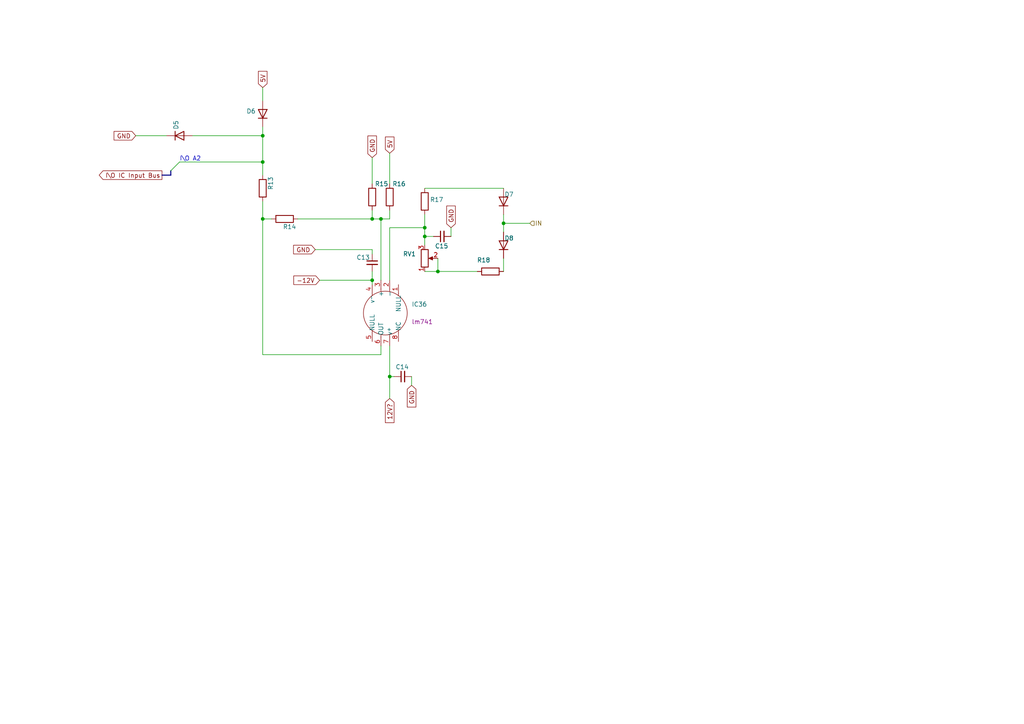
<source format=kicad_sch>
(kicad_sch (version 20250114) (generator "eeschema") (generator_version "9.0")
  (paper "A4")
  (lib_symbols
    (symbol "Device:C_Small" (pin_numbers (hide yes)) (pin_names (offset 0.254) (hide yes))
      (property "Reference" "C" (at 0.254 1.778 0))
      (property "Value" "C_Small" (at 0.254 -2.032 0))
      (symbol "C_Small_0_1"
        (polyline (pts (xy -1.524 0.508) (xy 1.524 0.508)) (stroke (width 0.3048)))
        (polyline (pts (xy -1.524 -0.508) (xy 1.524 -0.508)) (stroke (width 0.3302)))
      )
      (symbol "C_Small_1_1"
        (pin passive line (at 0 2.54 270) (length 2.032) (name "~") (number "1"))
        (pin passive line (at 0 -2.54 90) (length 2.032) (name "~") (number "2"))
      )
    )
    (symbol "Device:D" (pin_numbers (hide yes)) (pin_names (offset 1.016) (hide yes))
      (property "Reference" "D" (at 0 2.54 0))
      (property "Value" "D" (at 0 -2.54 0))
      (symbol "D_0_1"
        (polyline (pts (xy -1.27 1.27) (xy -1.27 -1.27)) (stroke (width 0.254)))
        (polyline (pts (xy 1.27 1.27) (xy 1.27 -1.27) (xy -1.27 0) (xy 1.27 1.27)) (stroke (width 0.254)))
        (polyline (pts (xy 1.27 0) (xy -1.27 0)))
      )
      (symbol "D_1_1"
        (pin passive line (at -3.81 0 0) (length 2.54) (name "K") (number "1"))
        (pin passive line (at 3.81 0 180) (length 2.54) (name "A") (number "2"))
      )
    )
    (symbol "Device:R" (pin_numbers (hide yes)) (pin_names (offset 0))
      (property "Reference" "R" (at 2.032 0 90))
      (property "Value" "R" (at 0 0 90))
      (symbol "R_0_1"
        (rectangle (start -1.016 -2.54) (end 1.016 2.54) (stroke (width 0.254)))
      )
      (symbol "R_1_1"
        (pin passive line (at 0 3.81 270) (length 1.27) (name "~") (number "1"))
        (pin passive line (at 0 -3.81 90) (length 1.27) (name "~") (number "2"))
      )
    )
    (symbol "Device:R_Potentiometer" (pin_names (offset 1.016) (hide yes))
      (property "Reference" "RV" (at -4.445 0 90))
      (property "Value" "R_Potentiometer" (at -2.54 0 90))
      (symbol "R_Potentiometer_0_1"
        (rectangle (start 1.016 2.54) (end -1.016 -2.54) (stroke (width 0.254)))
        (polyline (pts (xy 1.143 0) (xy 2.286 0.508) (xy 2.286 -0.508) (xy 1.143 0)) (fill (type outline)))
        (polyline (pts (xy 2.54 0) (xy 1.524 0)))
      )
      (symbol "R_Potentiometer_1_1"
        (pin passive line (at 0 3.81 270) (length 1.27) (name "1") (number "1"))
        (pin passive line (at 0 -3.81 90) (length 1.27) (name "3") (number "3"))
        (pin passive line (at 3.81 0 180) (length 1.27) (name "2") (number "2"))
      )
    )
    (symbol "ICs_lib:lm741"
      (property "Reference" "IC" (at 1.524 5.588 0))
      (property "Description" "lm741" (at 2.794 1.27 0))
      (symbol "lm741_0_1"
        (polyline (pts (xy -10.16 11.43) (xy -10.16 10.795)))
        (polyline (pts (xy -10.16 0.635) (xy -10.16 0)))
        (polyline (pts (xy -7.62 12.7) (xy -7.62 12.7)))
        (polyline (pts (xy -7.62 12.7) (xy -7.62 12.065)))
        (polyline (pts (xy -7.62 -0.635) (xy -7.62 -1.27)))
        (circle (center -6.35 5.715) (radius 6.35))
        (polyline (pts (xy -5.08 12.7) (xy -5.08 12.7)))
        (polyline (pts (xy -5.08 12.7) (xy -5.08 12.065)))
        (polyline (pts (xy -5.08 -0.635) (xy -5.08 -1.27)))
        (polyline (pts (xy -2.54 11.43) (xy -2.54 11.43)))
        (polyline (pts (xy -2.54 11.43) (xy -2.54 10.795)))
        (polyline (pts (xy -2.54 0.635) (xy -2.54 0)))
      )
      (symbol "lm741_1_1"
        (pin input line (at -10.16 13.97 270) (length 2.54) (name "NC") (number "8"))
        (pin input line (at -10.16 -2.54 90) (length 2.54) (name "NULL") (number "1"))
        (pin input line (at -7.62 15.24 270) (length 2.54) (name "v^{+}") (number "7"))
        (pin input line (at -7.62 -3.81 90) (length 2.54) (name "-") (number "2"))
        (pin input line (at -5.08 15.24 270) (length 2.54) (name "OUT") (number "6"))
        (pin input line (at -5.08 -3.81 90) (length 2.54) (name "+") (number "3"))
        (pin input line (at -2.54 13.97 270) (length 2.54) (name "NULL") (number "5"))
        (pin input line (at -2.54 -2.54 90) (length 2.54) (name "v^{-}") (number "4"))
      )
    )
  )
  (junction (at 127 78.74))
  (junction (at 76.2 46.99))
  (junction (at 146.05 64.77))
  (junction (at 123.19 66.04))
  (junction (at 110.49 63.5))
  (junction (at 113.03 109.22))
  (junction (at 107.95 63.5))
  (junction (at 107.95 81.28))
  (junction (at 76.2 63.5))
  (junction (at 76.2 39.37))
  (junction (at 123.19 68.58))
  (bus_entry (at 49.53 49.53) (size 2.54 -2.54))
  (wire (pts (xy 76.2 46.99) (xy 76.2 50.8)))
  (wire (pts (xy 113.03 100.33) (xy 113.03 109.22)))
  (wire (pts (xy 146.05 78.74) (xy 146.05 74.93)))
  (wire (pts (xy 76.2 36.83) (xy 76.2 39.37)))
  (wire (pts (xy 107.95 72.39) (xy 91.44 72.39)))
  (wire (pts (xy 113.03 109.22) (xy 113.03 115.57)))
  (wire (pts (xy 52.07 46.99) (xy 76.2 46.99)))
  (wire (pts (xy 76.2 102.87) (xy 110.49 102.87)))
  (wire (pts (xy 76.2 63.5) (xy 76.2 102.87)))
  (wire (pts (xy 127 78.74) (xy 127 74.93)))
  (wire (pts (xy 107.95 60.96) (xy 107.95 63.5)))
  (wire (pts (xy 127 78.74) (xy 138.43 78.74)))
  (wire (pts (xy 146.05 62.23) (xy 146.05 64.77)))
  (wire (pts (xy 123.19 68.58) (xy 123.19 66.04)))
  (wire (pts (xy 119.38 111.76) (xy 119.38 109.22)))
  (wire (pts (xy 146.05 64.77) (xy 146.05 67.31)))
  (bus (pts (xy 49.53 49.53) (xy 49.53 50.8)))
  (wire (pts (xy 123.19 71.12) (xy 123.19 68.58)))
  (wire (pts (xy 113.03 81.28) (xy 113.03 66.04)))
  (wire (pts (xy 123.19 54.61) (xy 146.05 54.61)))
  (wire (pts (xy 110.49 63.5) (xy 110.49 81.28)))
  (wire (pts (xy 39.37 39.37) (xy 48.26 39.37)))
  (wire (pts (xy 86.36 63.5) (xy 107.95 63.5)))
  (wire (pts (xy 123.19 66.04) (xy 123.19 62.23)))
  (wire (pts (xy 125.73 68.58) (xy 123.19 68.58)))
  (wire (pts (xy 55.88 39.37) (xy 76.2 39.37)))
  (wire (pts (xy 110.49 63.5) (xy 113.03 63.5)))
  (wire (pts (xy 107.95 73.66) (xy 107.95 72.39)))
  (wire (pts (xy 107.95 81.28) (xy 107.95 82.55)))
  (wire (pts (xy 114.3 109.22) (xy 113.03 109.22)))
  (wire (pts (xy 107.95 63.5) (xy 110.49 63.5)))
  (wire (pts (xy 123.19 78.74) (xy 127 78.74)))
  (wire (pts (xy 107.95 45.72) (xy 107.95 53.34)))
  (wire (pts (xy 107.95 78.74) (xy 107.95 81.28)))
  (wire (pts (xy 76.2 58.42) (xy 76.2 63.5)))
  (wire (pts (xy 113.03 44.45) (xy 113.03 53.34)))
  (bus (pts (xy 46.99 50.8) (xy 49.53 50.8)))
  (wire (pts (xy 92.71 81.28) (xy 107.95 81.28)))
  (wire (pts (xy 78.74 63.5) (xy 76.2 63.5)))
  (wire (pts (xy 130.81 66.04) (xy 130.81 68.58)))
  (wire (pts (xy 76.2 39.37) (xy 76.2 46.99)))
  (wire (pts (xy 113.03 66.04) (xy 123.19 66.04)))
  (wire (pts (xy 113.03 63.5) (xy 113.03 60.96)))
  (wire (pts (xy 110.49 102.87) (xy 110.49 100.33)))
  (wire (pts (xy 76.2 25.4) (xy 76.2 29.21)))
  (wire (pts (xy 153.67 64.77) (xy 146.05 64.77)))
  (label "I\\O A2" (at 52.07 46.99 0))
  (global_label "GND" (shape input) (at 119.38 111.76 270) (property "Intersheetrefs" "${INTERSHEET_REFS}" (effects (hide yes))))
  (global_label "5V" (shape input) (at 113.03 44.45 90) (property "Intersheetrefs" "${INTERSHEET_REFS}" (effects (hide yes))))
  (global_label "5V" (shape input) (at 76.2 25.4 90) (property "Intersheetrefs" "${INTERSHEET_REFS}" (effects (hide yes))))
  (global_label "GND" (shape input) (at 91.44 72.39 180) (property "Intersheetrefs" "${INTERSHEET_REFS}" (effects (hide yes))))
  (global_label "I\\O IC Input Bus" (shape output) (at 46.99 50.8 180) (property "Intersheetrefs" "${INTERSHEET_REFS}" (effects (hide yes))))
  (global_label "GND" (shape input) (at 39.37 39.37 180) (property "Intersheetrefs" "${INTERSHEET_REFS}" (effects (hide yes))))
  (global_label "-12V" (shape input) (at 92.71 81.28 180) (property "Intersheetrefs" "${INTERSHEET_REFS}" (effects (hide yes))))
  (global_label "GND" (shape input) (at 130.81 66.04 90) (property "Intersheetrefs" "${INTERSHEET_REFS}" (effects (hide yes))))
  (global_label "GND" (shape input) (at 107.95 45.72 90) (property "Intersheetrefs" "${INTERSHEET_REFS}" (effects (hide yes))))
  (global_label "12V?" (shape input) (at 113.03 115.57 270) (property "Intersheetrefs" "${INTERSHEET_REFS}" (effects (hide yes))))
  (hierarchical_label "IN" (shape input) (at 153.67 64.77 0))
  (symbol (lib_id "Device:C_Small") (at 128.27 68.58 90) (unit 1)
    (property "Reference" "C15" (at 130.048 71.374 90) (effects (justify left)))
    (property "Value" "C_Small" (effects (hide yes)))
    (property "Description" "Unpolarized capacitor, small symbol" (effects (hide yes)))
  )
  (symbol (lib_id "Device:R") (at 113.03 57.15 0) (unit 1)
    (property "Reference" "R16" (at 113.792 53.34 0) (effects (justify left)))
    (property "Value" "R" (effects (hide yes)))
    (property "Description" "Resistor" (effects (hide yes)))
  )
  (symbol (lib_id "Device:R") (at 142.24 78.74 90) (unit 1)
    (property "Reference" "R18" (at 142.24 75.438 90) (effects (justify left)))
    (property "Value" "R" (effects (hide yes)))
    (property "Description" "Resistor" (effects (hide yes)))
  )
  (symbol (lib_id "Device:R") (at 82.55 63.5 270) (unit 1)
    (property "Reference" "R14" (at 82.042 65.786 90) (effects (justify left)))
    (property "Value" "R" (effects (hide yes)))
    (property "Description" "Resistor" (effects (hide yes)))
  )
  (symbol (lib_id "Device:D") (at 76.2 33.02 270) (mirror x) (unit 1)
    (property "Reference" "D6" (at 74.168 32.258 90) (effects (justify right)))
    (property "Value" "D" (effects (hide yes)))
    (property "Description" "Diode" (effects (hide yes)))
    (property "Sim.Device" "D" (effects (hide yes)))
    (property "Sim.Pins" "1=K 2=A" (effects (hide yes)))
  )
  (symbol (lib_id "Device:R_Potentiometer") (at 123.19 74.93 0) (mirror x) (unit 1)
    (property "Reference" "RV1" (at 120.65 73.6599 0) (effects (justify right)))
    (property "Value" "R_Potentiometer" (effects (hide yes)))
    (property "Description" "Potentiometer" (effects (hide yes)))
  )
  (symbol (lib_id "Device:D") (at 52.07 39.37 0) (mirror x) (unit 1)
    (property "Reference" "D5" (at 51.054 37.592 90) (effects (justify right)))
    (property "Value" "D" (effects (hide yes)))
    (property "Description" "Diode" (effects (hide yes)))
    (property "Sim.Device" "D" (effects (hide yes)))
    (property "Sim.Pins" "1=K 2=A" (effects (hide yes)))
  )
  (symbol (lib_id "Device:R") (at 76.2 54.61 0) (unit 1)
    (property "Reference" "R13" (at 78.486 55.118 90) (effects (justify left)))
    (property "Value" "R" (effects (hide yes)))
    (property "Description" "Resistor" (effects (hide yes)))
  )
  (symbol (lib_id "Device:D") (at 146.05 71.12 90) (unit 1)
    (property "Reference" "D8" (at 146.304 69.088 90) (effects (justify right)))
    (property "Value" "D" (effects (hide yes)))
    (property "Description" "Diode" (effects (hide yes)))
    (property "Sim.Device" "D" (effects (hide yes)))
    (property "Sim.Pins" "1=K 2=A" (effects (hide yes)))
  )
  (symbol (lib_id "Device:D") (at 146.05 58.42 90) (unit 1)
    (property "Reference" "D7" (at 146.304 56.388 90) (effects (justify right)))
    (property "Value" "D" (effects (hide yes)))
    (property "Description" "Diode" (effects (hide yes)))
    (property "Sim.Device" "D" (effects (hide yes)))
    (property "Sim.Pins" "1=K 2=A" (effects (hide yes)))
  )
  (symbol (lib_id "Device:C_Small") (at 116.84 109.22 90) (mirror x) (unit 1)
    (property "Reference" "C14" (at 118.618 106.426 90) (effects (justify left)))
    (property "Value" "C_Small" (effects (hide yes)))
    (property "Description" "Unpolarized capacitor, small symbol" (effects (hide yes)))
  )
  (symbol (lib_id "Device:C_Small") (at 107.95 76.2 0) (unit 1)
    (property "Reference" "C13" (at 103.378 74.676 0) (effects (justify left)))
    (property "Value" "C_Small" (effects (hide yes)))
    (property "Description" "Unpolarized capacitor, small symbol" (effects (hide yes)))
  )
  (symbol (lib_id "Device:R") (at 123.19 58.42 0) (unit 1)
    (property "Reference" "R17" (at 124.714 57.912 0) (effects (justify left)))
    (property "Value" "R" (effects (hide yes)))
    (property "Description" "Resistor" (effects (hide yes)))
  )
  (symbol (lib_id "ICs_lib:lm741") (at 105.41 85.09 180) (unit 1)
    (property "Reference" "IC36" (at 119.38 88.2649 0) (effects (justify right)))
    (property "Description" "lm741" (at 119.38 93.3449 0) (effects (justify right)))
  )
  (symbol (lib_id "Device:R") (at 107.95 57.15 0) (unit 1)
    (property "Reference" "R15" (at 108.712 53.34 0) (effects (justify left)))
    (property "Value" "R" (effects (hide yes)))
    (property "Description" "Resistor" (effects (hide yes)))
  )
)
</source>
